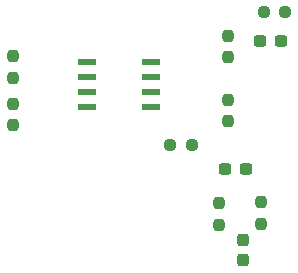
<source format=gbr>
%TF.GenerationSoftware,KiCad,Pcbnew,9.0.7*%
%TF.CreationDate,2026-02-20T18:13:15+05:30*%
%TF.ProjectId,pcb-n-as5600,7063622d-6e2d-4617-9335-3630302e6b69,rev?*%
%TF.SameCoordinates,Original*%
%TF.FileFunction,Paste,Bot*%
%TF.FilePolarity,Positive*%
%FSLAX46Y46*%
G04 Gerber Fmt 4.6, Leading zero omitted, Abs format (unit mm)*
G04 Created by KiCad (PCBNEW 9.0.7) date 2026-02-20 18:13:15*
%MOMM*%
%LPD*%
G01*
G04 APERTURE LIST*
G04 Aperture macros list*
%AMRoundRect*
0 Rectangle with rounded corners*
0 $1 Rounding radius*
0 $2 $3 $4 $5 $6 $7 $8 $9 X,Y pos of 4 corners*
0 Add a 4 corners polygon primitive as box body*
4,1,4,$2,$3,$4,$5,$6,$7,$8,$9,$2,$3,0*
0 Add four circle primitives for the rounded corners*
1,1,$1+$1,$2,$3*
1,1,$1+$1,$4,$5*
1,1,$1+$1,$6,$7*
1,1,$1+$1,$8,$9*
0 Add four rect primitives between the rounded corners*
20,1,$1+$1,$2,$3,$4,$5,0*
20,1,$1+$1,$4,$5,$6,$7,0*
20,1,$1+$1,$6,$7,$8,$9,0*
20,1,$1+$1,$8,$9,$2,$3,0*%
G04 Aperture macros list end*
%ADD10RoundRect,0.237500X0.237500X-0.300000X0.237500X0.300000X-0.237500X0.300000X-0.237500X-0.300000X0*%
%ADD11RoundRect,0.237500X0.300000X0.237500X-0.300000X0.237500X-0.300000X-0.237500X0.300000X-0.237500X0*%
%ADD12RoundRect,0.237500X-0.237500X0.250000X-0.237500X-0.250000X0.237500X-0.250000X0.237500X0.250000X0*%
%ADD13R,1.500000X0.600000*%
%ADD14RoundRect,0.237500X-0.250000X-0.237500X0.250000X-0.237500X0.250000X0.237500X-0.250000X0.237500X0*%
%ADD15RoundRect,0.237500X0.237500X-0.250000X0.237500X0.250000X-0.237500X0.250000X-0.237500X-0.250000X0*%
%ADD16RoundRect,0.237500X-0.300000X-0.237500X0.300000X-0.237500X0.300000X0.237500X-0.300000X0.237500X0*%
G04 APERTURE END LIST*
D10*
%TO.C,C4*%
X163000000Y-101250000D03*
X163000000Y-99525000D03*
%TD*%
D11*
%TO.C,C7*%
X163225000Y-93500000D03*
X161500000Y-93500000D03*
%TD*%
D12*
%TO.C,R3*%
X164500000Y-96337500D03*
X164500000Y-98162500D03*
%TD*%
D13*
%TO.C,U4*%
X155250000Y-84500000D03*
X155250000Y-85770000D03*
X155250000Y-87040000D03*
X155250000Y-88310000D03*
X149750000Y-88310000D03*
X149750000Y-87040000D03*
X149750000Y-85770000D03*
X149750000Y-84500000D03*
%TD*%
D14*
%TO.C,R1*%
X156837500Y-91500000D03*
X158662500Y-91500000D03*
%TD*%
D12*
%TO.C,R2*%
X161750000Y-82250000D03*
X161750000Y-84075000D03*
%TD*%
D15*
%TO.C,R13*%
X143500000Y-89825000D03*
X143500000Y-88000000D03*
%TD*%
D14*
%TO.C,R8*%
X164750000Y-80250000D03*
X166575000Y-80250000D03*
%TD*%
D12*
%TO.C,R4*%
X161000000Y-96425000D03*
X161000000Y-98250000D03*
%TD*%
D16*
%TO.C,C8*%
X164475000Y-82700000D03*
X166200000Y-82700000D03*
%TD*%
D12*
%TO.C,R7*%
X143500000Y-84000000D03*
X143500000Y-85825000D03*
%TD*%
D15*
%TO.C,R11*%
X161750000Y-89500000D03*
X161750000Y-87675000D03*
%TD*%
M02*

</source>
